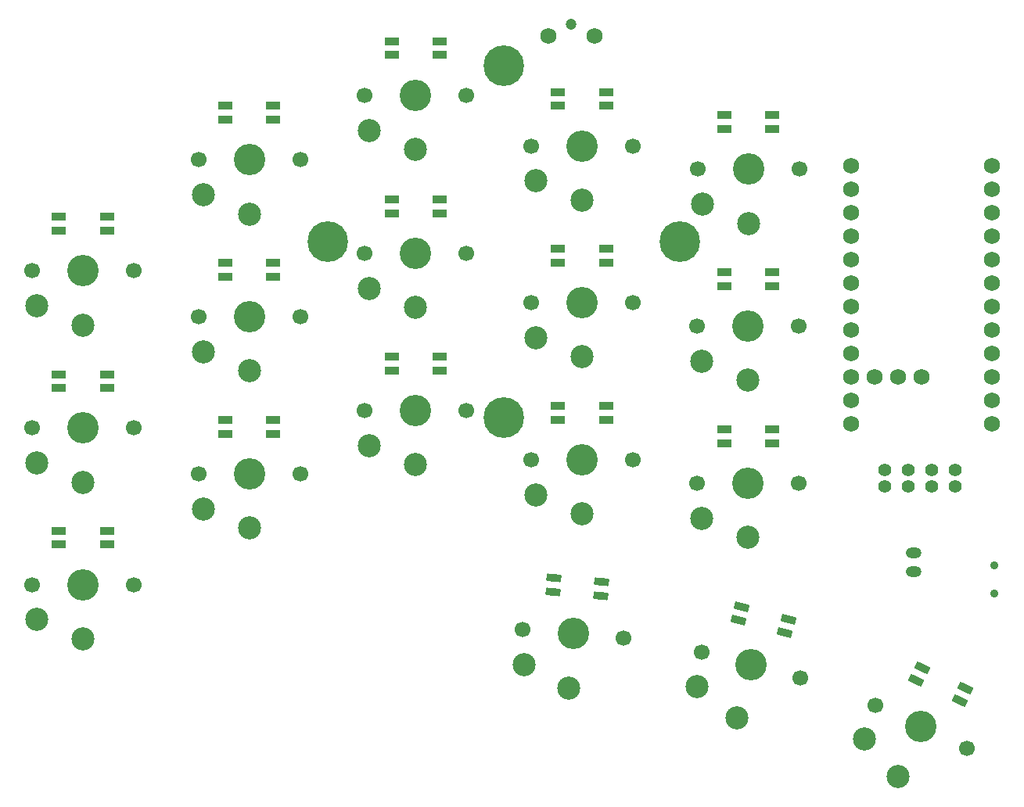
<source format=gbr>
%TF.GenerationSoftware,KiCad,Pcbnew,(6.0.4)*%
%TF.CreationDate,2022-10-20T23:25:51-04:00*%
%TF.ProjectId,half-swept,68616c66-2d73-4776-9570-742e6b696361,rev?*%
%TF.SameCoordinates,Original*%
%TF.FileFunction,Soldermask,Bot*%
%TF.FilePolarity,Negative*%
%FSLAX46Y46*%
G04 Gerber Fmt 4.6, Leading zero omitted, Abs format (unit mm)*
G04 Created by KiCad (PCBNEW (6.0.4)) date 2022-10-20 23:25:51*
%MOMM*%
%LPD*%
G01*
G04 APERTURE LIST*
G04 Aperture macros list*
%AMRoundRect*
0 Rectangle with rounded corners*
0 $1 Rounding radius*
0 $2 $3 $4 $5 $6 $7 $8 $9 X,Y pos of 4 corners*
0 Add a 4 corners polygon primitive as box body*
4,1,4,$2,$3,$4,$5,$6,$7,$8,$9,$2,$3,0*
0 Add four circle primitives for the rounded corners*
1,1,$1+$1,$2,$3*
1,1,$1+$1,$4,$5*
1,1,$1+$1,$6,$7*
1,1,$1+$1,$8,$9*
0 Add four rect primitives between the rounded corners*
20,1,$1+$1,$2,$3,$4,$5,0*
20,1,$1+$1,$4,$5,$6,$7,0*
20,1,$1+$1,$6,$7,$8,$9,0*
20,1,$1+$1,$8,$9,$2,$3,0*%
G04 Aperture macros list end*
%ADD10O,1.700000X1.200000*%
%ADD11C,0.900000*%
%ADD12C,1.752600*%
%ADD13C,1.200000*%
%ADD14C,1.750000*%
%ADD15C,1.700000*%
%ADD16C,3.400000*%
%ADD17C,2.500000*%
%ADD18C,4.400000*%
%ADD19RoundRect,0.082000X-0.686681X0.389330X-0.743855X-0.264174X0.686681X-0.389330X0.743855X0.264174X0*%
%ADD20RoundRect,0.082000X-0.718000X0.328000X-0.718000X-0.328000X0.718000X-0.328000X0.718000X0.328000X0*%
%ADD21RoundRect,0.082000X-0.608642X0.502656X-0.778427X-0.130992X0.608642X-0.502656X0.778427X0.130992X0*%
%ADD22RoundRect,0.082000X-0.512110X0.600709X-0.789348X0.006171X0.512110X-0.600709X0.789348X-0.006171X0*%
%ADD23C,1.397000*%
G04 APERTURE END LIST*
D10*
%TO.C,JST_PH2_SMT*%
X239415657Y-103496925D03*
X239415657Y-105496925D03*
%TD*%
D11*
%TO.C,REF\u002A\u002A*%
X248177611Y-104833619D03*
X248177611Y-107833619D03*
%TD*%
D12*
%TO.C,U2*%
X240285269Y-84429846D03*
X237745269Y-84429846D03*
X235205269Y-84429846D03*
X247905269Y-61569846D03*
X232665269Y-89509846D03*
X247905269Y-64109846D03*
X247905269Y-66649846D03*
X247905269Y-69189846D03*
X247905269Y-71729846D03*
X247905269Y-74269846D03*
X247905269Y-76809846D03*
X247905269Y-79349846D03*
X247905269Y-81889846D03*
X247905269Y-84429846D03*
X247905269Y-86969846D03*
X247905269Y-89509846D03*
X232665269Y-86969846D03*
X232665269Y-84429846D03*
X232665269Y-81889846D03*
X232665269Y-79349846D03*
X232665269Y-76809846D03*
X232665269Y-74269846D03*
X232665269Y-71729846D03*
X232665269Y-69189846D03*
X232665269Y-66649846D03*
X232665269Y-64109846D03*
X232665269Y-61569846D03*
%TD*%
D13*
%TO.C,RSW1*%
X202360270Y-46255595D03*
D14*
X199860270Y-47465595D03*
X204860270Y-47465595D03*
%TD*%
D15*
%TO.C,SW2*%
X144035270Y-72903095D03*
D16*
X149535270Y-72903095D03*
D15*
X155035270Y-72903095D03*
D17*
X149535270Y-78803095D03*
X144535270Y-76703095D03*
%TD*%
D16*
%TO.C,SW3*%
X167535270Y-60903095D03*
D15*
X173035270Y-60903095D03*
X162035270Y-60903095D03*
D17*
X167535270Y-66803095D03*
X162535270Y-64703095D03*
%TD*%
D15*
%TO.C,SW4*%
X191035270Y-53903095D03*
X180035270Y-53903095D03*
D16*
X185535270Y-53903095D03*
D17*
X185535270Y-59803095D03*
X180535270Y-57703095D03*
%TD*%
D15*
%TO.C,SW5*%
X198035271Y-59403095D03*
X209035271Y-59403095D03*
D16*
X203535271Y-59403095D03*
D17*
X203535271Y-65303095D03*
X198535271Y-63203095D03*
%TD*%
D16*
%TO.C,SW6*%
X221535269Y-61903095D03*
D15*
X227035269Y-61903095D03*
X216035269Y-61903095D03*
D17*
X221535269Y-67803095D03*
X216535269Y-65703095D03*
%TD*%
D15*
%TO.C,SW8*%
X144035270Y-89903095D03*
X155035270Y-89903095D03*
D16*
X149535270Y-89903095D03*
D17*
X149535270Y-95803095D03*
X144535270Y-93703095D03*
%TD*%
D15*
%TO.C,SW9*%
X173035271Y-77877095D03*
X162035271Y-77877095D03*
D16*
X167535271Y-77877095D03*
D17*
X167535271Y-83777095D03*
X162535271Y-81677095D03*
%TD*%
D15*
%TO.C,SW10*%
X191035270Y-71019095D03*
D16*
X185535270Y-71019095D03*
D15*
X180035270Y-71019095D03*
D17*
X185535270Y-76919095D03*
X180535270Y-74819095D03*
%TD*%
D15*
%TO.C,SW11*%
X209035270Y-76353096D03*
D16*
X203535270Y-76353096D03*
D15*
X198035270Y-76353096D03*
D17*
X203535270Y-82253096D03*
X198535270Y-80153096D03*
%TD*%
D15*
%TO.C,SW12*%
X227015270Y-78893096D03*
D16*
X221515270Y-78893096D03*
D15*
X216015270Y-78893096D03*
D17*
X221515270Y-84793096D03*
X216515270Y-82693096D03*
%TD*%
D16*
%TO.C,SW14*%
X149535271Y-106903095D03*
D15*
X155035271Y-106903095D03*
X144035271Y-106903095D03*
D17*
X149535271Y-112803095D03*
X144535271Y-110703095D03*
%TD*%
D16*
%TO.C,SW15*%
X167535270Y-94895095D03*
D15*
X162035270Y-94895095D03*
X173035270Y-94895095D03*
D17*
X167535270Y-100795095D03*
X162535270Y-98695095D03*
%TD*%
D16*
%TO.C,SW16*%
X185535269Y-88037095D03*
D15*
X180035269Y-88037095D03*
X191035269Y-88037095D03*
D17*
X185535269Y-93937095D03*
X180535269Y-91837095D03*
%TD*%
D16*
%TO.C,SW17*%
X203535270Y-93371096D03*
D15*
X198035270Y-93371096D03*
X209035270Y-93371096D03*
D17*
X203535270Y-99271096D03*
X198535270Y-97171096D03*
%TD*%
D15*
%TO.C,SW18*%
X227015270Y-95911095D03*
X216015270Y-95911095D03*
D16*
X221515270Y-95911095D03*
D17*
X221515270Y-101811095D03*
X216515270Y-99711095D03*
%TD*%
D16*
%TO.C,SW20*%
X240235271Y-122303094D03*
D15*
X235250578Y-119978694D03*
X245219964Y-124627494D03*
D17*
X237741823Y-127650310D03*
X234097783Y-123633972D03*
%TD*%
D15*
%TO.C,SW21*%
X216522678Y-114179589D03*
D16*
X221835270Y-115603094D03*
D15*
X227147862Y-117026599D03*
D17*
X220308238Y-121302056D03*
X216022128Y-117979517D03*
%TD*%
D18*
%TO.C,REF\u002A\u002A*%
X195035270Y-88853095D03*
X175985270Y-69803095D03*
X214085270Y-69803095D03*
X195035270Y-50753095D03*
%TD*%
D19*
%TO.C,D12*%
X200503283Y-106168674D03*
X200372549Y-107662966D03*
X205552762Y-108116176D03*
X205683495Y-106621884D03*
%TD*%
D20*
%TO.C,D16*%
X164935270Y-55073095D03*
X164935270Y-56573095D03*
X170135270Y-56573095D03*
X170135270Y-55073095D03*
%TD*%
%TO.C,D8*%
X182935269Y-82207095D03*
X182935269Y-83707095D03*
X188135269Y-83707095D03*
X188135269Y-82207095D03*
%TD*%
%TO.C,D2*%
X182935270Y-48073095D03*
X182935270Y-49573095D03*
X188135270Y-49573095D03*
X188135270Y-48073095D03*
%TD*%
D21*
%TO.C,D15*%
X220832778Y-109298817D03*
X220444549Y-110747706D03*
X225467364Y-112093565D03*
X225855592Y-110644676D03*
%TD*%
D20*
%TO.C,D11*%
X200935270Y-87541096D03*
X200935270Y-89041096D03*
X206135270Y-89041096D03*
X206135270Y-87541096D03*
%TD*%
%TO.C,D14*%
X200935270Y-70523096D03*
X200935270Y-72023096D03*
X206135270Y-72023096D03*
X206135270Y-70523096D03*
%TD*%
%TO.C,D10*%
X164935270Y-89065095D03*
X164935270Y-90565095D03*
X170135270Y-90565095D03*
X170135270Y-89065095D03*
%TD*%
%TO.C,D1*%
X146935270Y-67073095D03*
X146935270Y-68573095D03*
X152135270Y-68573095D03*
X152135270Y-67073095D03*
%TD*%
%TO.C,D9*%
X218915270Y-90081095D03*
X218915270Y-91581095D03*
X224115270Y-91581095D03*
X224115270Y-90081095D03*
%TD*%
%TO.C,D17*%
X200935271Y-53573095D03*
X200935271Y-55073095D03*
X206135271Y-55073095D03*
X206135271Y-53573095D03*
%TD*%
D22*
%TO.C,D18*%
X240342735Y-115920512D03*
X239708808Y-117279974D03*
X244421608Y-119477589D03*
X245055536Y-118118127D03*
%TD*%
D20*
%TO.C,D4*%
X146935270Y-84123095D03*
X146935270Y-85623095D03*
X152135270Y-85623095D03*
X152135270Y-84123095D03*
%TD*%
%TO.C,D3*%
X218935269Y-56073095D03*
X218935269Y-57573095D03*
X224135269Y-57573095D03*
X224135269Y-56073095D03*
%TD*%
%TO.C,D7*%
X146935271Y-101073095D03*
X146935271Y-102573095D03*
X152135271Y-102573095D03*
X152135271Y-101073095D03*
%TD*%
D23*
%TO.C,OL1*%
X236275270Y-94483095D03*
X238815270Y-94483095D03*
X241355270Y-94483095D03*
X243895270Y-94483095D03*
%TD*%
D15*
%TO.C,SW1*%
X197106200Y-111723737D03*
X208064342Y-112682451D03*
D16*
X202585271Y-112203094D03*
D17*
X202071052Y-118080643D03*
X197273106Y-115552855D03*
%TD*%
D20*
%TO.C,D5*%
X182935270Y-65189095D03*
X182935270Y-66689095D03*
X188135270Y-66689095D03*
X188135270Y-65189095D03*
%TD*%
%TO.C,D6*%
X218915270Y-73063096D03*
X218915270Y-74563096D03*
X224115270Y-74563096D03*
X224115270Y-73063096D03*
%TD*%
%TO.C,D13*%
X164935271Y-72047095D03*
X164935271Y-73547095D03*
X170135271Y-73547095D03*
X170135271Y-72047095D03*
%TD*%
D23*
%TO.C,OL2*%
X236275271Y-96303095D03*
X238815271Y-96303095D03*
X241355271Y-96303095D03*
X243895271Y-96303095D03*
%TD*%
M02*

</source>
